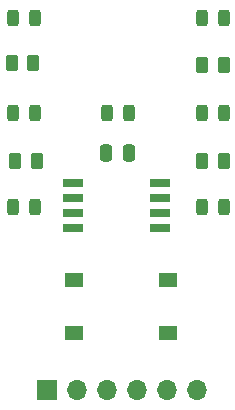
<source format=gbr>
%TF.GenerationSoftware,KiCad,Pcbnew,8.0.6*%
%TF.CreationDate,2024-11-07T13:03:47-03:00*%
%TF.ProjectId,dice-keychain,64696365-2d6b-4657-9963-6861696e2e6b,rev?*%
%TF.SameCoordinates,Original*%
%TF.FileFunction,Soldermask,Top*%
%TF.FilePolarity,Negative*%
%FSLAX46Y46*%
G04 Gerber Fmt 4.6, Leading zero omitted, Abs format (unit mm)*
G04 Created by KiCad (PCBNEW 8.0.6) date 2024-11-07 13:03:47*
%MOMM*%
%LPD*%
G01*
G04 APERTURE LIST*
G04 Aperture macros list*
%AMRoundRect*
0 Rectangle with rounded corners*
0 $1 Rounding radius*
0 $2 $3 $4 $5 $6 $7 $8 $9 X,Y pos of 4 corners*
0 Add a 4 corners polygon primitive as box body*
4,1,4,$2,$3,$4,$5,$6,$7,$8,$9,$2,$3,0*
0 Add four circle primitives for the rounded corners*
1,1,$1+$1,$2,$3*
1,1,$1+$1,$4,$5*
1,1,$1+$1,$6,$7*
1,1,$1+$1,$8,$9*
0 Add four rect primitives between the rounded corners*
20,1,$1+$1,$2,$3,$4,$5,0*
20,1,$1+$1,$4,$5,$6,$7,0*
20,1,$1+$1,$6,$7,$8,$9,0*
20,1,$1+$1,$8,$9,$2,$3,0*%
G04 Aperture macros list end*
%ADD10RoundRect,0.243750X-0.243750X-0.456250X0.243750X-0.456250X0.243750X0.456250X-0.243750X0.456250X0*%
%ADD11RoundRect,0.243750X0.243750X0.456250X-0.243750X0.456250X-0.243750X-0.456250X0.243750X-0.456250X0*%
%ADD12R,1.550000X1.300000*%
%ADD13R,1.700000X1.700000*%
%ADD14O,1.700000X1.700000*%
%ADD15R,1.700000X0.650000*%
%ADD16RoundRect,0.250000X0.262500X0.450000X-0.262500X0.450000X-0.262500X-0.450000X0.262500X-0.450000X0*%
%ADD17RoundRect,0.250000X-0.262500X-0.450000X0.262500X-0.450000X0.262500X0.450000X-0.262500X0.450000X0*%
%ADD18RoundRect,0.250000X0.250000X0.475000X-0.250000X0.475000X-0.250000X-0.475000X0.250000X-0.475000X0*%
G04 APERTURE END LIST*
D10*
%TO.C,D5*%
X120337500Y-78400000D03*
X118462500Y-78400000D03*
%TD*%
D11*
%TO.C,D7*%
X120337500Y-62400000D03*
X118462500Y-62400000D03*
%TD*%
D12*
%TO.C,SW1*%
X107625000Y-84550000D03*
X115575000Y-84550000D03*
X107625000Y-89050000D03*
X115575000Y-89050000D03*
%TD*%
D13*
%TO.C,J1*%
X105340000Y-93900000D03*
D14*
X107880000Y-93900000D03*
X110420000Y-93900000D03*
X112960000Y-93900000D03*
X115500000Y-93900000D03*
X118040000Y-93900000D03*
%TD*%
D15*
%TO.C,U1*%
X107600000Y-76395000D03*
X107600000Y-77665000D03*
X107600000Y-78935000D03*
X107600000Y-80205000D03*
X114900000Y-80205000D03*
X114900000Y-78935000D03*
X114900000Y-77665000D03*
X114900000Y-76395000D03*
%TD*%
D10*
%TO.C,D4*%
X112337500Y-70400000D03*
X110462500Y-70400000D03*
%TD*%
D11*
%TO.C,D6*%
X120337500Y-70400000D03*
X118462500Y-70400000D03*
%TD*%
%TO.C,D1*%
X104337500Y-62400000D03*
X102462500Y-62400000D03*
%TD*%
D16*
%TO.C,R2*%
X102687500Y-74500000D03*
X104512500Y-74500000D03*
%TD*%
D17*
%TO.C,R4*%
X118487500Y-66400000D03*
X120312500Y-66400000D03*
%TD*%
D18*
%TO.C,C1*%
X110400000Y-73800000D03*
X112300000Y-73800000D03*
%TD*%
D11*
%TO.C,D3*%
X102462500Y-78400000D03*
X104337500Y-78400000D03*
%TD*%
D10*
%TO.C,D2*%
X104337500Y-70400000D03*
X102462500Y-70400000D03*
%TD*%
D16*
%TO.C,R3*%
X120312500Y-74500000D03*
X118487500Y-74500000D03*
%TD*%
%TO.C,R1*%
X102375000Y-66200000D03*
X104200000Y-66200000D03*
%TD*%
M02*

</source>
